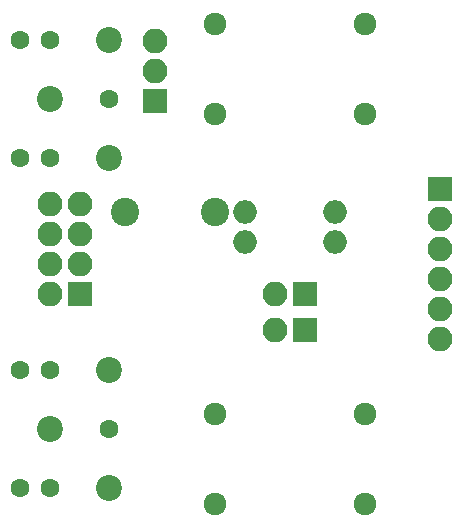
<source format=gts>
G04 #@! TF.FileFunction,Soldermask,Top*
%FSLAX46Y46*%
G04 Gerber Fmt 4.6, Leading zero omitted, Abs format (unit mm)*
G04 Created by KiCad (PCBNEW 4.0.6) date Sunday, July 16, 2017 'PMt' 05:41:14 PM*
%MOMM*%
%LPD*%
G01*
G04 APERTURE LIST*
%ADD10C,0.100000*%
%ADD11R,2.100000X2.100000*%
%ADD12O,2.100000X2.100000*%
%ADD13C,2.200000*%
%ADD14C,1.600000*%
%ADD15O,2.000000X2.000000*%
%ADD16C,1.924000*%
%ADD17C,2.398980*%
G04 APERTURE END LIST*
D10*
D11*
X138430000Y-120650000D03*
D12*
X138430000Y-123190000D03*
X138430000Y-125730000D03*
X138430000Y-128270000D03*
X138430000Y-130810000D03*
X138430000Y-133350000D03*
D11*
X114300000Y-113157000D03*
D12*
X114300000Y-110617000D03*
X114300000Y-108077000D03*
D13*
X105410000Y-140970000D03*
X110410000Y-145970000D03*
X110410000Y-135970000D03*
D14*
X102910000Y-135970000D03*
X110410000Y-140970000D03*
X105410000Y-135970000D03*
X105410000Y-145970000D03*
X102910000Y-145970000D03*
D13*
X105410000Y-113030000D03*
X110410000Y-118030000D03*
X110410000Y-108030000D03*
D14*
X102910000Y-108030000D03*
X110410000Y-113030000D03*
X105410000Y-108030000D03*
X105410000Y-118030000D03*
X102910000Y-118030000D03*
D11*
X107950000Y-129540000D03*
D12*
X105410000Y-129540000D03*
X107950000Y-127000000D03*
X105410000Y-127000000D03*
X107950000Y-124460000D03*
X105410000Y-124460000D03*
X107950000Y-121920000D03*
X105410000Y-121920000D03*
D15*
X121920000Y-122555000D03*
X121920000Y-125095000D03*
X129540000Y-125095000D03*
X129540000Y-122555000D03*
D11*
X127000000Y-129540000D03*
D12*
X124460000Y-129540000D03*
D11*
X127000000Y-132588000D03*
D12*
X124460000Y-132588000D03*
D16*
X119380000Y-139700000D03*
X119380000Y-147320000D03*
X132080000Y-147320000D03*
X132080000Y-139700000D03*
X119380000Y-106680000D03*
X119380000Y-114300000D03*
X132080000Y-114300000D03*
X132080000Y-106680000D03*
D17*
X119380000Y-122555000D03*
X111760000Y-122555000D03*
M02*

</source>
